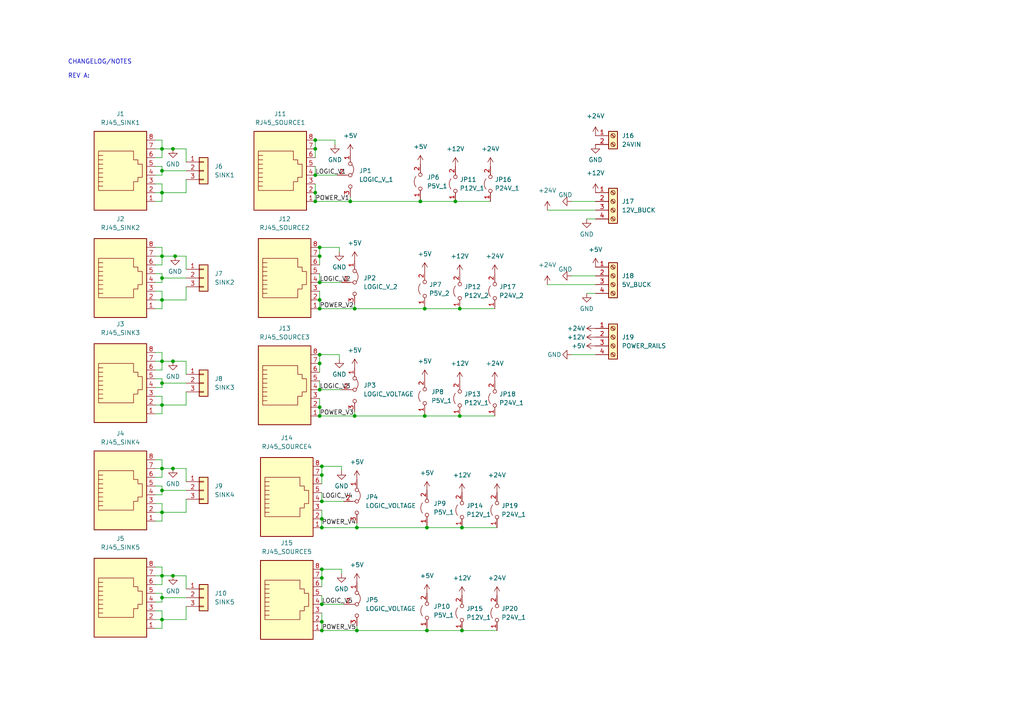
<source format=kicad_sch>
(kicad_sch (version 20211123) (generator eeschema)
  (paper "A4")
  (title_block (title "Cheap \"PoE\"") (rev "A01"))
  (lib_symbols
    (symbol "Connector:RJ45" (pin_names (offset 1.016))
      (property "Reference" "J" (at -5.08 13.97 0))
      (property "Value" "RJ45" (at 2.54 13.97 0))
      (symbol "RJ45_0_1"
        (polyline (pts (xy -5.08 4.445) (xy -6.35 4.445)))
        (polyline (pts (xy -5.08 5.715) (xy -6.35 5.715)))
        (polyline (pts (xy -6.35 -3.175) (xy -5.08 -3.175) (xy -5.08 -3.175)))
        (polyline (pts (xy -6.35 -1.905) (xy -5.08 -1.905) (xy -5.08 -1.905)))
        (polyline (pts (xy -6.35 -0.635) (xy -5.08 -0.635) (xy -5.08 -0.635)))
        (polyline (pts (xy -6.35 0.635) (xy -5.08 0.635) (xy -5.08 0.635)))
        (polyline (pts (xy -6.35 1.905) (xy -5.08 1.905) (xy -5.08 1.905)))
        (polyline (pts (xy -5.08 3.175) (xy -6.35 3.175) (xy -6.35 3.175)))
        (polyline (pts (xy -6.35 -4.445) (xy -6.35 6.985) (xy 3.81 6.985) (xy 3.81 4.445) (xy 5.08 4.445) (xy 5.08 3.175) (xy 6.35 3.175) (xy 6.35 -0.635) (xy 5.08 -0.635) (xy 5.08 -1.905) (xy 3.81 -1.905) (xy 3.81 -4.445) (xy -6.35 -4.445) (xy -6.35 -4.445)))
        (rectangle (start 7.62 12.7) (end -7.62 -10.16) (stroke (width 0.254)) (fill (type background)))
      )
      (symbol "RJ45_1_1"
        (pin passive line (at 10.16 -7.62 180) (length 2.54) (name "~") (number "1"))
        (pin passive line (at 10.16 -5.08 180) (length 2.54) (name "~") (number "2"))
        (pin passive line (at 10.16 -2.54 180) (length 2.54) (name "~") (number "3"))
        (pin passive line (at 10.16 0 180) (length 2.54) (name "~") (number "4"))
        (pin passive line (at 10.16 2.54 180) (length 2.54) (name "~") (number "5"))
        (pin passive line (at 10.16 5.08 180) (length 2.54) (name "~") (number "6"))
        (pin passive line (at 10.16 7.62 180) (length 2.54) (name "~") (number "7"))
        (pin passive line (at 10.16 10.16 180) (length 2.54) (name "~") (number "8"))
      )
    )
    (symbol "Connector:Screw_Terminal_01x02" (pin_names (offset 1.016) hide)
      (property "Reference" "J" (at 0 2.54 0))
      (property "Value" "Screw_Terminal_01x02" (at 0 -5.08 0))
      (symbol "Screw_Terminal_01x02_1_1"
        (rectangle (start -1.27 1.27) (end 1.27 -3.81) (stroke (width 0.254)) (fill (type background)))
        (circle (center 0 -2.54) (radius 0.635) (stroke (width 0.1524)))
        (polyline (pts (xy -0.5334 -2.2098) (xy 0.3302 -3.048)) (stroke (width 0.1524)))
        (polyline (pts (xy -0.5334 0.3302) (xy 0.3302 -0.508)) (stroke (width 0.1524)))
        (polyline (pts (xy -0.3556 -2.032) (xy 0.508 -2.8702)) (stroke (width 0.1524)))
        (polyline (pts (xy -0.3556 0.508) (xy 0.508 -0.3302)) (stroke (width 0.1524)))
        (circle (center 0 0) (radius 0.635) (stroke (width 0.1524)))
        (pin passive line (at -5.08 0 0) (length 3.81) (name "Pin_1") (number "1"))
        (pin passive line (at -5.08 -2.54 0) (length 3.81) (name "Pin_2") (number "2"))
      )
    )
    (symbol "Connector:Screw_Terminal_01x04" (pin_names (offset 1.016) hide)
      (property "Reference" "J" (at 0 5.08 0))
      (property "Value" "Screw_Terminal_01x04" (at 0 -7.62 0))
      (symbol "Screw_Terminal_01x04_1_1"
        (rectangle (start -1.27 3.81) (end 1.27 -6.35) (stroke (width 0.254)) (fill (type background)))
        (circle (center 0 -5.08) (radius 0.635) (stroke (width 0.1524)))
        (circle (center 0 -2.54) (radius 0.635) (stroke (width 0.1524)))
        (polyline (pts (xy -0.5334 -4.7498) (xy 0.3302 -5.588)) (stroke (width 0.1524)))
        (polyline (pts (xy -0.5334 -2.2098) (xy 0.3302 -3.048)) (stroke (width 0.1524)))
        (polyline (pts (xy -0.5334 0.3302) (xy 0.3302 -0.508)) (stroke (width 0.1524)))
        (polyline (pts (xy -0.5334 2.8702) (xy 0.3302 2.032)) (stroke (width 0.1524)))
        (polyline (pts (xy -0.3556 -4.572) (xy 0.508 -5.4102)) (stroke (width 0.1524)))
        (polyline (pts (xy -0.3556 -2.032) (xy 0.508 -2.8702)) (stroke (width 0.1524)))
        (polyline (pts (xy -0.3556 0.508) (xy 0.508 -0.3302)) (stroke (width 0.1524)))
        (polyline (pts (xy -0.3556 3.048) (xy 0.508 2.2098)) (stroke (width 0.1524)))
        (circle (center 0 0) (radius 0.635) (stroke (width 0.1524)))
        (circle (center 0 2.54) (radius 0.635) (stroke (width 0.1524)))
        (pin passive line (at -5.08 2.54 0) (length 3.81) (name "Pin_1") (number "1"))
        (pin passive line (at -5.08 0 0) (length 3.81) (name "Pin_2") (number "2"))
        (pin passive line (at -5.08 -2.54 0) (length 3.81) (name "Pin_3") (number "3"))
        (pin passive line (at -5.08 -5.08 0) (length 3.81) (name "Pin_4") (number "4"))
      )
    )
    (symbol "Connector_Generic:Conn_01x03" (pin_names (offset 1.016) hide)
      (property "Reference" "J" (at 0 5.08 0))
      (property "Value" "Conn_01x03" (at 0 -5.08 0))
      (symbol "Conn_01x03_1_1"
        (rectangle (start -1.27 -2.413) (end 0 -2.667) (stroke (width 0.1524)))
        (rectangle (start -1.27 0.127) (end 0 -0.127) (stroke (width 0.1524)))
        (rectangle (start -1.27 2.667) (end 0 2.413) (stroke (width 0.1524)))
        (rectangle (start -1.27 3.81) (end 1.27 -3.81) (stroke (width 0.254)) (fill (type background)))
        (pin passive line (at -5.08 2.54 0) (length 3.81) (name "Pin_1") (number "1"))
        (pin passive line (at -5.08 0 0) (length 3.81) (name "Pin_2") (number "2"))
        (pin passive line (at -5.08 -2.54 0) (length 3.81) (name "Pin_3") (number "3"))
      )
    )
    (symbol "Jumper:Jumper_2_Open" (pin_names (offset 0) hide)
      (property "Reference" "JP" (at 0 2.794 0))
      (property "Value" "Jumper_2_Open" (at 0 -2.286 0))
      (symbol "Jumper_2_Open_0_0"
        (circle (center -2.032 0) (radius 0.508))
        (circle (center 2.032 0) (radius 0.508))
      )
      (symbol "Jumper_2_Open_0_1"
        (arc (start 1.524 1.27) (mid 0 1.778) (end -1.524 1.27))
      )
      (symbol "Jumper_2_Open_1_1"
        (pin passive line (at -5.08 0 0) (length 2.54) (name "A") (number "1"))
        (pin passive line (at 5.08 0 180) (length 2.54) (name "B") (number "2"))
      )
    )
    (symbol "Jumper:Jumper_3_Bridged12" (pin_names (offset 0) hide)
      (property "Reference" "JP" (at -2.54 -2.54 0))
      (property "Value" "Jumper_3_Bridged12" (at 0 2.794 0))
      (symbol "Jumper_3_Bridged12_0_0"
        (circle (center -3.302 0) (radius 0.508))
        (circle (center 0 0) (radius 0.508))
        (circle (center 3.302 0) (radius 0.508))
      )
      (symbol "Jumper_3_Bridged12_0_1"
        (arc (start -0.254 0.508) (mid -1.651 0.9912) (end -3.048 0.508))
        (polyline (pts (xy 0 -1.27) (xy 0 -0.508)))
      )
      (symbol "Jumper_3_Bridged12_1_1"
        (pin passive line (at -6.35 0 0) (length 2.54) (name "A") (number "1"))
        (pin input line (at 0 -3.81 90) (length 2.54) (name "C") (number "2"))
        (pin passive line (at 6.35 0 180) (length 2.54) (name "B") (number "3"))
      )
    )
    (symbol "power:+12V" (power) (pin_names (offset 0))
      (property "Value" "+12V" (at 0 3.556 0))
      (symbol "+12V_0_1"
        (polyline (pts (xy -0.762 1.27) (xy 0 2.54)))
        (polyline (pts (xy 0 0) (xy 0 2.54)))
        (polyline (pts (xy 0 2.54) (xy 0.762 1.27)))
      )
      (symbol "+12V_1_1"
        (pin power_in line (at 0 0 90) (length 0) hide (name "+12V") (number "1"))
      )
    )
    (symbol "power:+24V" (power) (pin_names (offset 0))
      (property "Value" "+24V" (at 0 3.556 0))
      (symbol "+24V_0_1"
        (polyline (pts (xy -0.762 1.27) (xy 0 2.54)))
        (polyline (pts (xy 0 0) (xy 0 2.54)))
        (polyline (pts (xy 0 2.54) (xy 0.762 1.27)))
      )
      (symbol "+24V_1_1"
        (pin power_in line (at 0 0 90) (length 0) hide (name "+24V") (number "1"))
      )
    )
    (symbol "power:+5V" (power) (pin_names (offset 0))
      (property "Value" "+5V" (at 0 3.556 0))
      (symbol "+5V_0_1"
        (polyline (pts (xy -0.762 1.27) (xy 0 2.54)))
        (polyline (pts (xy 0 0) (xy 0 2.54)))
        (polyline (pts (xy 0 2.54) (xy 0.762 1.27)))
      )
      (symbol "+5V_1_1"
        (pin power_in line (at 0 0 90) (length 0) hide (name "+5V") (number "1"))
      )
    )
    (symbol "power:GND" (power) (pin_names (offset 0))
      (property "Value" "GND" (at 0 -3.81 0))
      (symbol "GND_0_1"
        (polyline (pts (xy 0 0) (xy 0 -1.27) (xy 1.27 -1.27) (xy 0 -2.54) (xy -1.27 -1.27) (xy 0 -1.27)))
      )
      (symbol "GND_1_1"
        (pin power_in line (at 0 0 270) (length 0) hide (name "GND") (number "1"))
      )
    )
  )
  (junction (at 123.825 153.035))
  (junction (at 50.165 43.18))
  (junction (at 92.71 113.03))
  (junction (at 93.345 145.415))
  (junction (at 46.99 55.88))
  (junction (at 50.165 104.775))
  (junction (at 91.44 43.18))
  (junction (at 123.19 120.65))
  (junction (at 46.99 179.705))
  (junction (at 46.99 167.005))
  (junction (at 93.345 167.64))
  (junction (at 92.71 89.535))
  (junction (at 92.71 74.295))
  (junction (at 133.35 120.65))
  (junction (at 91.44 58.42))
  (junction (at 132.08 58.42))
  (junction (at 92.71 105.41))
  (junction (at 93.345 182.88))
  (junction (at 133.985 153.035))
  (junction (at 46.99 148.59))
  (junction (at 103.505 153.035))
  (junction (at 50.8 74.295))
  (junction (at 93.345 150.495))
  (junction (at 92.71 81.915))
  (junction (at 46.99 117.475))
  (junction (at 133.985 182.88))
  (junction (at 50.165 135.89))
  (junction (at 50.165 167.005))
  (junction (at 121.92 58.42))
  (junction (at 92.71 86.995))
  (junction (at 92.71 120.65))
  (junction (at 93.345 135.255))
  (junction (at 123.19 89.535))
  (junction (at 101.6 58.42))
  (junction (at 91.44 40.64))
  (junction (at 46.99 104.775))
  (junction (at 46.99 173.355))
  (junction (at 91.44 50.8))
  (junction (at 92.71 71.755))
  (junction (at 93.345 175.26))
  (junction (at 102.87 89.535))
  (junction (at 133.35 89.535))
  (junction (at 46.99 111.125))
  (junction (at 46.99 80.645))
  (junction (at 103.505 182.88))
  (junction (at 92.71 102.87))
  (junction (at 93.345 137.795))
  (junction (at 93.345 180.34))
  (junction (at 46.99 142.24))
  (junction (at 123.825 182.88))
  (junction (at 92.71 118.11))
  (junction (at 93.345 165.1))
  (junction (at 93.345 153.035))
  (junction (at 46.99 49.53))
  (junction (at 46.99 74.295))
  (junction (at 46.99 43.18))
  (junction (at 46.99 86.995))
  (junction (at 46.99 135.89))
  (junction (at 91.44 55.88))
  (junction (at 102.87 120.65))
  (wire (pts (xy 93.345 147.955) (xy 93.345 150.495)))
  (wire (pts (xy 45.085 109.855) (xy 46.99 109.855)))
  (wire (pts (xy 92.71 89.535) (xy 102.87 89.535)))
  (wire (pts (xy 103.505 151.765) (xy 103.505 153.035)))
  (wire (pts (xy 45.085 182.245) (xy 46.99 182.245)))
  (wire (pts (xy 93.345 167.64) (xy 93.345 170.18)))
  (wire (pts (xy 92.71 71.755) (xy 98.425 71.755)))
  (wire (pts (xy 45.085 174.625) (xy 46.99 174.625)))
  (wire (pts (xy 46.99 48.26) (xy 46.99 49.53)))
  (wire (pts (xy 121.92 58.42) (xy 132.08 58.42)))
  (wire (pts (xy 45.085 50.8) (xy 46.99 50.8)))
  (wire (pts (xy 123.19 120.015) (xy 123.19 120.65)))
  (wire (pts (xy 45.085 79.375) (xy 46.99 79.375)))
  (wire (pts (xy 133.35 120.65) (xy 143.51 120.65)))
  (wire (pts (xy 92.71 84.455) (xy 92.71 86.995)))
  (wire (pts (xy 50.165 104.775) (xy 46.99 104.775)))
  (wire (pts (xy 158.75 60.96) (xy 172.72 60.96)))
  (wire (pts (xy 93.345 135.255) (xy 99.06 135.255)))
  (wire (pts (xy 53.975 108.585) (xy 53.975 104.775)))
  (wire (pts (xy 92.71 102.87) (xy 92.71 105.41)))
  (wire (pts (xy 99.06 166.37) (xy 99.06 165.1)))
  (wire (pts (xy 53.975 83.185) (xy 53.975 86.995)))
  (wire (pts (xy 50.165 167.005) (xy 46.99 167.005)))
  (wire (pts (xy 92.71 105.41) (xy 92.71 107.95)))
  (wire (pts (xy 46.99 49.53) (xy 46.99 50.8)))
  (wire (pts (xy 45.085 114.935) (xy 46.99 114.935)))
  (wire (pts (xy 53.975 74.295) (xy 50.8 74.295)))
  (wire (pts (xy 53.975 113.665) (xy 53.975 117.475)))
  (wire (pts (xy 45.085 89.535) (xy 46.99 89.535)))
  (wire (pts (xy 45.085 84.455) (xy 46.99 84.455)))
  (wire (pts (xy 172.72 80.01) (xy 165.735 80.01)))
  (wire (pts (xy 53.975 117.475) (xy 46.99 117.475)))
  (wire (pts (xy 46.99 140.97) (xy 46.99 142.24)))
  (wire (pts (xy 45.085 45.72) (xy 46.99 45.72)))
  (wire (pts (xy 133.985 153.035) (xy 144.145 153.035)))
  (wire (pts (xy 45.085 164.465) (xy 46.99 164.465)))
  (wire (pts (xy 92.71 115.57) (xy 92.71 118.11)))
  (wire (pts (xy 46.99 53.34) (xy 46.99 55.88)))
  (wire (pts (xy 93.345 175.26) (xy 99.695 175.26)))
  (wire (pts (xy 46.99 111.125) (xy 53.975 111.125)))
  (wire (pts (xy 46.99 117.475) (xy 46.99 120.015)))
  (wire (pts (xy 46.99 177.165) (xy 46.99 179.705)))
  (wire (pts (xy 133.35 89.535) (xy 143.51 89.535)))
  (wire (pts (xy 93.345 177.8) (xy 93.345 180.34)))
  (wire (pts (xy 45.085 172.085) (xy 46.99 172.085)))
  (wire (pts (xy 123.825 182.245) (xy 123.825 182.88)))
  (wire (pts (xy 46.99 40.64) (xy 46.99 43.18)))
  (wire (pts (xy 45.085 107.315) (xy 46.99 107.315)))
  (wire (pts (xy 46.99 80.645) (xy 46.99 81.915)))
  (wire (pts (xy 46.99 172.085) (xy 46.99 173.355)))
  (wire (pts (xy 50.165 135.89) (xy 46.99 135.89)))
  (wire (pts (xy 46.99 114.935) (xy 46.99 117.475)))
  (wire (pts (xy 92.71 118.11) (xy 92.71 120.65)))
  (wire (pts (xy 45.085 71.755) (xy 46.99 71.755)))
  (wire (pts (xy 91.44 40.64) (xy 91.44 43.18)))
  (wire (pts (xy 93.345 135.255) (xy 93.345 137.795)))
  (wire (pts (xy 93.345 142.875) (xy 93.345 145.415)))
  (wire (pts (xy 53.975 52.07) (xy 53.975 55.88)))
  (wire (pts (xy 98.425 104.14) (xy 98.425 102.87)))
  (wire (pts (xy 165.735 102.87) (xy 172.72 102.87)))
  (wire (pts (xy 45.085 133.35) (xy 46.99 133.35)))
  (wire (pts (xy 46.99 109.855) (xy 46.99 111.125)))
  (wire (pts (xy 53.975 139.7) (xy 53.975 135.89)))
  (wire (pts (xy 46.99 55.88) (xy 46.99 58.42)))
  (wire (pts (xy 46.99 104.775) (xy 45.085 104.775)))
  (wire (pts (xy 45.085 40.64) (xy 46.99 40.64)))
  (wire (pts (xy 99.06 136.525) (xy 99.06 135.255)))
  (wire (pts (xy 53.975 86.995) (xy 46.99 86.995)))
  (wire (pts (xy 45.085 179.705) (xy 46.99 179.705)))
  (wire (pts (xy 123.19 89.535) (xy 133.35 89.535)))
  (wire (pts (xy 102.87 89.535) (xy 123.19 89.535)))
  (wire (pts (xy 45.085 148.59) (xy 46.99 148.59)))
  (wire (pts (xy 92.71 102.87) (xy 98.425 102.87)))
  (wire (pts (xy 172.72 58.42) (xy 165.735 58.42)))
  (wire (pts (xy 45.085 58.42) (xy 46.99 58.42)))
  (wire (pts (xy 123.825 152.4) (xy 123.825 153.035)))
  (wire (pts (xy 170.18 63.5) (xy 172.72 63.5)))
  (wire (pts (xy 46.99 86.995) (xy 46.99 89.535)))
  (wire (pts (xy 46.99 164.465) (xy 46.99 167.005)))
  (wire (pts (xy 91.44 40.64) (xy 97.155 40.64)))
  (wire (pts (xy 93.345 172.72) (xy 93.345 175.26)))
  (wire (pts (xy 123.19 120.65) (xy 133.35 120.65)))
  (wire (pts (xy 93.345 182.88) (xy 103.505 182.88)))
  (wire (pts (xy 46.99 76.835) (xy 46.99 74.295)))
  (wire (pts (xy 93.345 145.415) (xy 99.695 145.415)))
  (wire (pts (xy 45.085 169.545) (xy 46.99 169.545)))
  (wire (pts (xy 45.085 81.915) (xy 46.99 81.915)))
  (wire (pts (xy 46.99 167.005) (xy 45.085 167.005)))
  (wire (pts (xy 46.99 102.235) (xy 46.99 104.775)))
  (wire (pts (xy 46.99 138.43) (xy 46.99 135.89)))
  (wire (pts (xy 46.99 74.295) (xy 45.085 74.295)))
  (wire (pts (xy 91.44 48.26) (xy 91.44 50.8)))
  (wire (pts (xy 91.44 55.88) (xy 91.44 58.42)))
  (wire (pts (xy 46.99 133.35) (xy 46.99 135.89)))
  (wire (pts (xy 170.18 85.09) (xy 172.72 85.09)))
  (wire (pts (xy 102.87 120.65) (xy 123.19 120.65)))
  (wire (pts (xy 46.99 49.53) (xy 53.975 49.53)))
  (wire (pts (xy 45.085 177.165) (xy 46.99 177.165)))
  (wire (pts (xy 46.99 142.24) (xy 53.975 142.24)))
  (wire (pts (xy 92.71 110.49) (xy 92.71 113.03)))
  (wire (pts (xy 91.44 50.8) (xy 97.79 50.8)))
  (wire (pts (xy 50.165 43.18) (xy 46.99 43.18)))
  (wire (pts (xy 102.87 119.38) (xy 102.87 120.65)))
  (wire (pts (xy 53.975 78.105) (xy 53.975 74.295)))
  (wire (pts (xy 45.085 138.43) (xy 46.99 138.43)))
  (wire (pts (xy 93.345 165.1) (xy 93.345 167.64)))
  (wire (pts (xy 45.085 146.05) (xy 46.99 146.05)))
  (wire (pts (xy 53.975 144.78) (xy 53.975 148.59)))
  (wire (pts (xy 93.345 180.34) (xy 93.345 182.88)))
  (wire (pts (xy 133.985 182.88) (xy 144.145 182.88)))
  (wire (pts (xy 103.505 153.035) (xy 123.825 153.035)))
  (wire (pts (xy 46.99 43.18) (xy 45.085 43.18)))
  (wire (pts (xy 46.99 79.375) (xy 46.99 80.645)))
  (wire (pts (xy 46.99 173.355) (xy 46.99 174.625)))
  (wire (pts (xy 93.345 165.1) (xy 99.06 165.1)))
  (wire (pts (xy 45.085 48.26) (xy 46.99 48.26)))
  (wire (pts (xy 45.085 102.235) (xy 46.99 102.235)))
  (wire (pts (xy 46.99 169.545) (xy 46.99 167.005)))
  (wire (pts (xy 45.085 55.88) (xy 46.99 55.88)))
  (wire (pts (xy 46.99 146.05) (xy 46.99 148.59)))
  (wire (pts (xy 46.99 45.72) (xy 46.99 43.18)))
  (wire (pts (xy 92.71 71.755) (xy 92.71 74.295)))
  (wire (pts (xy 45.085 53.34) (xy 46.99 53.34)))
  (wire (pts (xy 45.085 151.13) (xy 46.99 151.13)))
  (wire (pts (xy 92.71 113.03) (xy 99.06 113.03)))
  (wire (pts (xy 53.975 46.99) (xy 53.975 43.18)))
  (wire (pts (xy 92.71 81.915) (xy 99.06 81.915)))
  (wire (pts (xy 98.425 73.025) (xy 98.425 71.755)))
  (wire (pts (xy 91.44 43.18) (xy 91.44 45.72)))
  (wire (pts (xy 93.345 137.795) (xy 93.345 140.335)))
  (wire (pts (xy 46.99 148.59) (xy 46.99 151.13)))
  (wire (pts (xy 132.08 58.42) (xy 142.24 58.42)))
  (wire (pts (xy 123.825 153.035) (xy 133.985 153.035)))
  (wire (pts (xy 53.975 43.18) (xy 50.165 43.18)))
  (wire (pts (xy 46.99 111.125) (xy 46.99 112.395)))
  (wire (pts (xy 103.505 181.61) (xy 103.505 182.88)))
  (wire (pts (xy 45.085 112.395) (xy 46.99 112.395)))
  (wire (pts (xy 102.87 88.265) (xy 102.87 89.535)))
  (wire (pts (xy 97.155 41.91) (xy 97.155 40.64)))
  (wire (pts (xy 92.71 74.295) (xy 92.71 76.835)))
  (wire (pts (xy 121.92 57.785) (xy 121.92 58.42)))
  (wire (pts (xy 50.8 74.295) (xy 46.99 74.295)))
  (wire (pts (xy 45.085 120.015) (xy 46.99 120.015)))
  (wire (pts (xy 91.44 58.42) (xy 101.6 58.42)))
  (wire (pts (xy 123.825 182.88) (xy 133.985 182.88)))
  (wire (pts (xy 45.085 143.51) (xy 46.99 143.51)))
  (wire (pts (xy 45.085 76.835) (xy 46.99 76.835)))
  (wire (pts (xy 53.975 167.005) (xy 50.165 167.005)))
  (wire (pts (xy 46.99 107.315) (xy 46.99 104.775)))
  (wire (pts (xy 46.99 135.89) (xy 45.085 135.89)))
  (wire (pts (xy 45.085 86.995) (xy 46.99 86.995)))
  (wire (pts (xy 91.44 53.34) (xy 91.44 55.88)))
  (wire (pts (xy 45.085 117.475) (xy 46.99 117.475)))
  (wire (pts (xy 46.99 80.645) (xy 53.975 80.645)))
  (wire (pts (xy 93.345 150.495) (xy 93.345 153.035)))
  (wire (pts (xy 46.99 179.705) (xy 46.99 182.245)))
  (wire (pts (xy 123.19 88.9) (xy 123.19 89.535)))
  (wire (pts (xy 53.975 135.89) (xy 50.165 135.89)))
  (wire (pts (xy 46.99 173.355) (xy 53.975 173.355)))
  (wire (pts (xy 53.975 104.775) (xy 50.165 104.775)))
  (wire (pts (xy 46.99 142.24) (xy 46.99 143.51)))
  (wire (pts (xy 53.975 175.895) (xy 53.975 179.705)))
  (wire (pts (xy 103.505 182.88) (xy 123.825 182.88)))
  (wire (pts (xy 92.71 120.65) (xy 102.87 120.65)))
  (wire (pts (xy 92.71 86.995) (xy 92.71 89.535)))
  (wire (pts (xy 101.6 57.15) (xy 101.6 58.42)))
  (wire (pts (xy 53.975 148.59) (xy 46.99 148.59)))
  (wire (pts (xy 101.6 58.42) (xy 121.92 58.42)))
  (wire (pts (xy 93.345 153.035) (xy 103.505 153.035)))
  (wire (pts (xy 45.085 140.97) (xy 46.99 140.97)))
  (wire (pts (xy 46.99 84.455) (xy 46.99 86.995)))
  (wire (pts (xy 158.75 82.55) (xy 172.72 82.55)))
  (wire (pts (xy 92.71 79.375) (xy 92.71 81.915)))
  (wire (pts (xy 53.975 170.815) (xy 53.975 167.005)))
  (wire (pts (xy 53.975 179.705) (xy 46.99 179.705)))
  (wire (pts (xy 53.975 55.88) (xy 46.99 55.88)))
  (wire (pts (xy 46.99 71.755) (xy 46.99 74.295)))
  (text "CHANGELOG/NOTES\n\nREV A: " (at 19.685 22.86 0) (effects (font (size 1.27 1.27)) (justify left bottom)))
  (label "POWER_V5" (at 93.345 182.88 0))
  (label "POWER_V4" (at 93.345 152.4 0))
  (label "LOGIC_V1" (at 91.44 50.8 0))
  (label "LOGIC_V2" (at 92.71 81.915 0))
  (label "LOGIC_V4" (at 93.345 144.78 0))
  (label "POWER_V3" (at 92.71 120.65 0))
  (label "LOGIC_V3" (at 92.71 113.03 0))
  (label "POWER_V2" (at 92.71 89.535 0))
  (label "LOGIC_V5" (at 93.345 175.26 0))
  (label "POWER_V1" (at 91.44 58.42 0))
  (symbol (lib_id "power:+5V") (at 123.825 172.085 0) (unit 1)
    (property "Reference" "#PWR0113" (effects hide))
    (property "Value" "+5V" (at 123.825 167.005 0))
  )
  (symbol (lib_id "power:+12V") (at 133.35 79.375 0) (unit 1)
    (property "Reference" "#PWR0134" (effects hide))
    (property "Value" "+12V" (at 133.35 74.295 0))
  )
  (symbol (lib_id "power:+24V") (at 144.145 142.875 0) (unit 1)
    (property "Reference" "#PWR0110" (effects hide))
    (property "Value" "+24V" (at 144.145 137.795 0))
  )
  (symbol (lib_id "Connector_Generic:Conn_01x03") (at 59.055 49.53 0) (unit 1)
    (property "Reference" "J6" (at 62.23 48.2599 0) (effects (justify left)))
    (property "Value" "SINK1" (at 62.23 50.7999 0) (effects (justify left)))
    (property "Footprint" "WS_LCSC_Connectors:1x03_16AWG_Wire2Board" (effects hide))
  )
  (symbol (lib_id "power:+12V") (at 172.72 97.79 90) (unit 1)
    (property "Reference" "#PWR0127" (effects hide))
    (property "Value" "+12V" (at 164.465 97.79 90) (effects (justify right)))
  )
  (symbol (lib_id "power:GND") (at 50.165 43.18 0) (unit 1)
    (property "Reference" "#PWR0140" (effects hide))
    (property "Value" "GND" (at 50.165 47.625 0))
  )
  (symbol (lib_id "Connector:RJ45") (at 34.925 81.915 0) (unit 1)
    (property "Reference" "J2" (at 34.925 63.5 0))
    (property "Value" "RJ45_SINK2" (at 34.925 66.04 0))
    (property "Footprint" "WS_LCSC_Connectors:RJ45_5501-88011111" (effects hide))
    (property "LCSC" "C3097726" (effects hide))
  )
  (symbol (lib_id "Connector:Screw_Terminal_01x02") (at 177.8 39.37 0) (unit 1)
    (property "Reference" "J16" (at 180.34 39.3699 0) (effects (justify left)))
    (property "Value" "24VIN" (at 180.34 41.9099 0) (effects (justify left)))
    (property "Footprint" "TerminalBlock_Phoenix:TerminalBlock_Phoenix_MKDS-1,5-2-5.08_1x02_P5.08mm_Horizontal" (effects hide))
  )
  (symbol (lib_id "Jumper:Jumper_2_Open") (at 133.985 177.8 90) (unit 1)
    (property "Reference" "JP15" (at 135.255 176.5299 90) (effects (justify right)))
    (property "Value" "P12V_1" (at 135.255 179.0699 90) (effects (justify right)))
    (property "Footprint" "Connector_PinHeader_2.54mm:PinHeader_1x02_P2.54mm_Vertical" (effects hide))
  )
  (symbol (lib_id "power:GND") (at 99.06 166.37 0) (unit 1)
    (property "Reference" "#PWR0107" (effects hide))
    (property "Value" "GND" (at 99.06 170.815 0))
  )
  (symbol (lib_id "power:+12V") (at 172.72 55.88 0) (unit 1)
    (property "Reference" "#PWR0116" (effects hide))
    (property "Value" "+12V" (at 172.72 50.165 0))
  )
  (symbol (lib_id "power:+5V") (at 123.19 78.74 0) (unit 1)
    (property "Reference" "#PWR0135" (effects hide))
    (property "Value" "+5V" (at 123.19 73.66 0))
  )
  (symbol (lib_id "power:+5V") (at 172.72 77.47 0) (unit 1)
    (property "Reference" "#PWR0120" (effects hide))
    (property "Value" "+5V" (at 172.72 72.39 0))
  )
  (symbol (lib_id "Jumper:Jumper_2_Open") (at 121.92 52.705 90) (unit 1)
    (property "Reference" "JP6" (at 123.825 51.4349 90) (effects (justify right)))
    (property "Value" "P5V_1" (at 123.825 53.9749 90) (effects (justify right)))
    (property "Footprint" "Connector_PinHeader_2.54mm:PinHeader_1x02_P2.54mm_Vertical" (effects hide))
  )
  (symbol (lib_id "Connector_Generic:Conn_01x03") (at 59.055 80.645 0) (unit 1)
    (property "Reference" "J7" (at 62.23 79.3749 0) (effects (justify left)))
    (property "Value" "SINK2" (at 62.23 81.9149 0) (effects (justify left)))
    (property "Footprint" "WS_LCSC_Connectors:1x03_16AWG_Wire2Board" (effects hide))
  )
  (symbol (lib_id "Connector:RJ45") (at 34.925 174.625 0) (unit 1)
    (property "Reference" "J5" (at 34.925 156.21 0))
    (property "Value" "RJ45_SINK5" (at 34.925 158.75 0))
    (property "Footprint" "WS_LCSC_Connectors:RJ45_5501-88011111" (effects hide))
    (property "LCSC" "C3097726" (effects hide))
  )
  (symbol (lib_id "Connector_Generic:Conn_01x03") (at 59.055 173.355 0) (unit 1)
    (property "Reference" "J10" (at 62.23 172.0849 0) (effects (justify left)))
    (property "Value" "SINK5" (at 62.23 174.6249 0) (effects (justify left)))
    (property "Footprint" "WS_LCSC_Connectors:1x03_16AWG_Wire2Board" (effects hide))
  )
  (symbol (lib_id "Jumper:Jumper_2_Open") (at 133.985 147.955 90) (unit 1)
    (property "Reference" "JP14" (at 135.255 146.6849 90) (effects (justify right)))
    (property "Value" "P12V_1" (at 135.255 149.2249 90) (effects (justify right)))
    (property "Footprint" "Connector_PinHeader_2.54mm:PinHeader_1x02_P2.54mm_Vertical" (effects hide))
  )
  (symbol (lib_id "power:+12V") (at 132.08 48.26 0) (unit 1)
    (property "Reference" "#PWR0136" (effects hide))
    (property "Value" "+12V" (at 132.08 43.18 0))
  )
  (symbol (lib_id "Connector_Generic:Conn_01x03") (at 59.055 111.125 0) (unit 1)
    (property "Reference" "J8" (at 62.23 109.8549 0) (effects (justify left)))
    (property "Value" "SINK3" (at 62.23 112.3949 0) (effects (justify left)))
    (property "Footprint" "WS_LCSC_Connectors:1x03_16AWG_Wire2Board" (effects hide))
  )
  (symbol (lib_id "power:GND") (at 50.8 74.295 0) (unit 1)
    (property "Reference" "#PWR0141" (effects hide))
    (property "Value" "GND" (at 50.8 78.74 0))
  )
  (symbol (lib_id "power:GND") (at 97.155 41.91 0) (unit 1)
    (property "Reference" "#PWR0133" (effects hide))
    (property "Value" "GND" (at 97.155 46.355 0))
  )
  (symbol (lib_id "Jumper:Jumper_3_Bridged12") (at 103.505 175.26 270) (unit 1)
    (property "Reference" "JP5" (at 106.045 173.9899 90) (effects (justify left)))
    (property "Value" "LOGIC_VOLTAGE" (at 106.045 176.5299 90) (effects (justify left)))
    (property "Footprint" "Connector_PinHeader_2.54mm:PinHeader_1x03_P2.54mm_Vertical" (effects hide))
  )
  (symbol (lib_id "Jumper:Jumper_3_Bridged12") (at 102.87 81.915 270) (unit 1)
    (property "Reference" "JP2" (at 105.41 80.6449 90) (effects (justify left)))
    (property "Value" "LOGIC_V_2" (at 105.41 83.1849 90) (effects (justify left)))
    (property "Footprint" "Connector_PinHeader_2.54mm:PinHeader_1x03_P2.54mm_Vertical" (effects hide))
  )
  (symbol (lib_id "power:+12V") (at 133.35 110.49 0) (unit 1)
    (property "Reference" "#PWR0102" (effects hide))
    (property "Value" "+12V" (at 133.35 105.41 0))
  )
  (symbol (lib_id "Connector:Screw_Terminal_01x04") (at 177.8 80.01 0) (unit 1)
    (property "Reference" "J18" (at 180.34 80.0099 0) (effects (justify left)))
    (property "Value" "5V_BUCK" (at 180.34 82.5499 0) (effects (justify left)))
    (property "Footprint" "TerminalBlock_Phoenix:TerminalBlock_Phoenix_MKDS-1,5-4-5.08_1x04_P5.08mm_Horizontal" (effects hide))
  )
  (symbol (lib_id "power:+24V") (at 143.51 79.375 0) (unit 1)
    (property "Reference" "#PWR0139" (effects hide))
    (property "Value" "+24V" (at 143.51 74.295 0))
  )
  (symbol (lib_id "Connector:RJ45") (at 83.185 145.415 0) (unit 1)
    (property "Reference" "J14" (at 83.185 127 0))
    (property "Value" "RJ45_SOURCE4" (at 83.185 129.54 0))
    (property "Footprint" "WS_LCSC_Connectors:RJ45_5501-88011111" (effects hide))
    (property "LCSC" "C3097726" (effects hide))
  )
  (symbol (lib_id "Connector:RJ45") (at 83.185 175.26 0) (unit 1)
    (property "Reference" "J15" (at 83.185 157.48 0))
    (property "Value" "RJ45_SOURCE5" (at 83.185 160.02 0))
    (property "Footprint" "WS_LCSC_Connectors:RJ45_5501-88011111" (effects hide))
    (property "LCSC" "C3097726" (effects hide))
  )
  (symbol (lib_id "Connector:RJ45") (at 34.925 143.51 0) (unit 1)
    (property "Reference" "J4" (at 34.925 125.73 0))
    (property "Value" "RJ45_SINK4" (at 34.925 128.27 0))
    (property "Footprint" "WS_LCSC_Connectors:RJ45_5501-88011111" (effects hide))
    (property "LCSC" "C3097726" (effects hide))
  )
  (symbol (lib_id "Jumper:Jumper_2_Open") (at 143.51 84.455 90) (unit 1)
    (property "Reference" "JP17" (at 144.78 83.1849 90) (effects (justify right)))
    (property "Value" "P24V_2" (at 144.78 85.7249 90) (effects (justify right)))
    (property "Footprint" "Connector_PinHeader_2.54mm:PinHeader_1x02_P2.54mm_Vertical" (effects hide))
  )
  (symbol (lib_id "power:GND") (at 50.165 104.775 0) (unit 1)
    (property "Reference" "#PWR0143" (effects hide))
    (property "Value" "GND" (at 50.165 109.22 0))
  )
  (symbol (lib_id "Jumper:Jumper_3_Bridged12") (at 102.87 113.03 270) (unit 1)
    (property "Reference" "JP3" (at 105.41 111.7599 90) (effects (justify left)))
    (property "Value" "LOGIC_VOLTAGE" (at 105.41 114.2999 90) (effects (justify left)))
    (property "Footprint" "Connector_PinHeader_2.54mm:PinHeader_1x03_P2.54mm_Vertical" (effects hide))
  )
  (symbol (lib_id "power:GND") (at 98.425 73.025 0) (unit 1)
    (property "Reference" "#PWR0130" (effects hide))
    (property "Value" "GND" (at 98.425 77.47 0))
  )
  (symbol (lib_id "power:GND") (at 172.72 41.91 0) (unit 1)
    (property "Reference" "#PWR0115" (effects hide))
    (property "Value" "GND" (at 172.72 46.355 0))
  )
  (symbol (lib_id "power:+24V") (at 142.24 48.26 0) (unit 1)
    (property "Reference" "#PWR0137" (effects hide))
    (property "Value" "+24V" (at 142.24 43.18 0))
  )
  (symbol (lib_id "Connector_Generic:Conn_01x03") (at 59.055 142.24 0) (unit 1)
    (property "Reference" "J9" (at 62.23 140.9699 0) (effects (justify left)))
    (property "Value" "SINK4" (at 62.23 143.5099 0) (effects (justify left)))
    (property "Footprint" "WS_LCSC_Connectors:1x03_16AWG_Wire2Board" (effects hide))
  )
  (symbol (lib_id "power:+12V") (at 133.985 172.72 0) (unit 1)
    (property "Reference" "#PWR0111" (effects hide))
    (property "Value" "+12V" (at 133.985 167.64 0))
  )
  (symbol (lib_id "power:+24V") (at 143.51 110.49 0) (unit 1)
    (property "Reference" "#PWR0101" (effects hide))
    (property "Value" "+24V" (at 143.51 105.41 0))
  )
  (symbol (lib_id "Jumper:Jumper_2_Open") (at 133.35 84.455 90) (unit 1)
    (property "Reference" "JP12" (at 134.62 83.1849 90) (effects (justify right)))
    (property "Value" "P12V_2" (at 134.62 85.7249 90) (effects (justify right)))
    (property "Footprint" "Connector_PinHeader_2.54mm:PinHeader_1x02_P2.54mm_Vertical" (effects hide))
  )
  (symbol (lib_id "Connector:RJ45") (at 81.28 50.8 0) (unit 1)
    (property "Reference" "J11" (at 81.28 33.02 0))
    (property "Value" "RJ45_SOURCE1" (at 81.28 35.56 0))
    (property "Footprint" "WS_LCSC_Connectors:RJ45_5501-88011111" (effects hide))
    (property "LCSC" "C3097726" (effects hide))
  )
  (symbol (lib_id "Jumper:Jumper_2_Open") (at 132.08 53.34 90) (unit 1)
    (property "Reference" "JP11" (at 133.35 52.0699 90) (effects (justify right)))
    (property "Value" "P12V_1" (at 133.35 54.6099 90) (effects (justify right)))
    (property "Footprint" "Connector_PinHeader_2.54mm:PinHeader_1x02_P2.54mm_Vertical" (effects hide))
  )
  (symbol (lib_id "power:GND") (at 165.735 58.42 270) (unit 1)
    (property "Reference" "#PWR0118" (effects hide))
    (property "Value" "GND" (at 161.925 56.515 90) (effects (justify left)))
  )
  (symbol (lib_id "power:+24V") (at 172.72 39.37 0) (unit 1)
    (property "Reference" "#PWR0117" (effects hide))
    (property "Value" "+24V" (at 172.72 33.655 0))
  )
  (symbol (lib_id "power:GND") (at 50.165 167.005 0) (unit 1)
    (property "Reference" "#PWR0142" (effects hide))
    (property "Value" "GND" (at 50.165 171.45 0))
  )
  (symbol (lib_id "power:+5V") (at 102.87 75.565 0) (unit 1)
    (property "Reference" "#PWR0131" (effects hide))
    (property "Value" "+5V" (at 102.87 70.485 0))
  )
  (symbol (lib_id "Jumper:Jumper_3_Bridged12") (at 103.505 145.415 270) (unit 1)
    (property "Reference" "JP4" (at 106.045 144.1449 90) (effects (justify left)))
    (property "Value" "LOGIC_VOLTAGE" (at 106.045 146.6849 90) (effects (justify left)))
    (property "Footprint" "Connector_PinHeader_2.54mm:PinHeader_1x03_P2.54mm_Vertical" (effects hide))
  )
  (symbol (lib_id "Connector:Screw_Terminal_01x04") (at 177.8 58.42 0) (unit 1)
    (property "Reference" "J17" (at 180.34 58.4199 0) (effects (justify left)))
    (property "Value" "12V_BUCK" (at 180.34 60.9599 0) (effects (justify left)))
    (property "Footprint" "TerminalBlock_Phoenix:TerminalBlock_Phoenix_MKDS-1,5-4-5.08_1x04_P5.08mm_Horizontal" (effects hide))
  )
  (symbol (lib_id "power:GND") (at 99.06 136.525 0) (unit 1)
    (property "Reference" "#PWR0106" (effects hide))
    (property "Value" "GND" (at 99.06 140.97 0))
  )
  (symbol (lib_id "power:+24V") (at 158.75 82.55 0) (unit 1)
    (property "Reference" "#PWR0122" (effects hide))
    (property "Value" "+24V" (at 158.75 76.835 0))
  )
  (symbol (lib_id "power:+5V") (at 102.87 106.68 0) (unit 1)
    (property "Reference" "#PWR0129" (effects hide))
    (property "Value" "+5V" (at 102.87 101.6 0))
  )
  (symbol (lib_id "Jumper:Jumper_2_Open") (at 123.825 147.32 90) (unit 1)
    (property "Reference" "JP9" (at 125.73 146.0499 90) (effects (justify right)))
    (property "Value" "P5V_1" (at 125.73 148.5899 90) (effects (justify right)))
    (property "Footprint" "Connector_PinHeader_2.54mm:PinHeader_1x02_P2.54mm_Vertical" (effects hide))
  )
  (symbol (lib_id "power:GND") (at 50.165 135.89 0) (unit 1)
    (property "Reference" "#PWR0144" (effects hide))
    (property "Value" "GND" (at 50.165 140.335 0))
  )
  (symbol (lib_id "power:GND") (at 98.425 104.14 0) (unit 1)
    (property "Reference" "#PWR0128" (effects hide))
    (property "Value" "GND" (at 98.425 108.585 0))
  )
  (symbol (lib_id "Jumper:Jumper_2_Open") (at 123.825 177.165 90) (unit 1)
    (property "Reference" "JP10" (at 125.73 175.8949 90) (effects (justify right)))
    (property "Value" "P5V_1" (at 125.73 178.4349 90) (effects (justify right)))
    (property "Footprint" "Connector_PinHeader_2.54mm:PinHeader_1x02_P2.54mm_Vertical" (effects hide))
  )
  (symbol (lib_id "power:+24V") (at 172.72 95.25 90) (unit 1)
    (property "Reference" "#PWR0124" (effects hide))
    (property "Value" "+24V" (at 164.465 95.25 90) (effects (justify right)))
  )
  (symbol (lib_id "power:GND") (at 165.735 102.87 270) (unit 1)
    (property "Reference" "#PWR0126" (effects hide))
    (property "Value" "GND" (at 158.75 102.87 90) (effects (justify left)))
  )
  (symbol (lib_id "power:GND") (at 170.18 63.5 0) (unit 1)
    (property "Reference" "#PWR0121" (effects hide))
    (property "Value" "GND" (at 170.18 67.945 0))
  )
  (symbol (lib_id "power:+5V") (at 103.505 168.91 0) (unit 1)
    (property "Reference" "#PWR0108" (effects hide))
    (property "Value" "+5V" (at 103.505 163.83 0))
  )
  (symbol (lib_id "Jumper:Jumper_2_Open") (at 144.145 147.955 90) (unit 1)
    (property "Reference" "JP19" (at 145.415 146.6849 90) (effects (justify right)))
    (property "Value" "P24V_1" (at 145.415 149.2249 90) (effects (justify right)))
    (property "Footprint" "Connector_PinHeader_2.54mm:PinHeader_1x02_P2.54mm_Vertical" (effects hide))
  )
  (symbol (lib_id "power:+5V") (at 101.6 44.45 0) (unit 1)
    (property "Reference" "#PWR0132" (effects hide))
    (property "Value" "+5V" (at 101.6 39.37 0))
  )
  (symbol (lib_id "Jumper:Jumper_2_Open") (at 143.51 115.57 90) (unit 1)
    (property "Reference" "JP18" (at 144.78 114.2999 90) (effects (justify right)))
    (property "Value" "P24V_1" (at 144.78 116.8399 90) (effects (justify right)))
    (property "Footprint" "Connector_PinHeader_2.54mm:PinHeader_1x02_P2.54mm_Vertical" (effects hide))
  )
  (symbol (lib_id "power:+5V") (at 123.19 109.855 0) (unit 1)
    (property "Reference" "#PWR0103" (effects hide))
    (property "Value" "+5V" (at 123.19 104.775 0))
  )
  (symbol (lib_id "Jumper:Jumper_2_Open") (at 123.19 83.82 90) (unit 1)
    (property "Reference" "JP7" (at 124.46 82.5499 90) (effects (justify right)))
    (property "Value" "P5V_2" (at 124.46 85.0899 90) (effects (justify right)))
    (property "Footprint" "Connector_PinHeader_2.54mm:PinHeader_1x02_P2.54mm_Vertical" (effects hide))
  )
  (symbol (lib_id "Jumper:Jumper_2_Open") (at 133.35 115.57 90) (unit 1)
    (property "Reference" "JP13" (at 134.62 114.2999 90) (effects (justify right)))
    (property "Value" "P12V_1" (at 134.62 116.8399 90) (effects (justify right)))
    (property "Footprint" "Connector_PinHeader_2.54mm:PinHeader_1x02_P2.54mm_Vertical" (effects hide))
  )
  (symbol (lib_id "Connector:RJ45") (at 34.925 50.8 0) (unit 1)
    (property "Reference" "J1" (at 34.925 33.02 0))
    (property "Value" "RJ45_SINK1" (at 34.925 35.56 0))
    (property "Footprint" "WS_LCSC_Connectors:RJ45_5501-88011111" (effects hide))
    (property "LCSC" "C3097726" (effects hide))
  )
  (symbol (lib_id "Connector:RJ45") (at 82.55 81.915 0) (unit 1)
    (property "Reference" "J12" (at 82.55 63.5 0))
    (property "Value" "RJ45_SOURCE2" (at 82.55 66.04 0))
    (property "Footprint" "WS_LCSC_Connectors:RJ45_5501-88011111" (effects hide))
    (property "LCSC" "C3097726" (effects hide))
  )
  (symbol (lib_id "power:+12V") (at 133.985 142.875 0) (unit 1)
    (property "Reference" "#PWR0105" (effects hide))
    (property "Value" "+12V" (at 133.985 137.795 0))
  )
  (symbol (lib_id "power:+5V") (at 172.72 100.33 90) (unit 1)
    (property "Reference" "#PWR0125" (effects hide))
    (property "Value" "+5V" (at 165.735 100.33 90) (effects (justify right)))
  )
  (symbol (lib_id "Connector:RJ45") (at 34.925 112.395 0) (unit 1)
    (property "Reference" "J3" (at 34.925 93.98 0))
    (property "Value" "RJ45_SINK3" (at 34.925 96.52 0))
    (property "Footprint" "WS_LCSC_Connectors:RJ45_5501-88011111" (effects hide))
    (property "LCSC" "C3097726" (effects hide))
  )
  (symbol (lib_id "Jumper:Jumper_2_Open") (at 142.24 53.34 90) (unit 1)
    (property "Reference" "JP16" (at 143.51 52.0699 90) (effects (justify right)))
    (property "Value" "P24V_1" (at 143.51 54.6099 90) (effects (justify right)))
    (property "Footprint" "Connector_PinHeader_2.54mm:PinHeader_1x02_P2.54mm_Vertical" (effects hide))
  )
  (symbol (lib_id "power:+24V") (at 144.145 172.72 0) (unit 1)
    (property "Reference" "#PWR0112" (effects hide))
    (property "Value" "+24V" (at 144.145 167.64 0))
  )
  (symbol (lib_id "power:GND") (at 165.735 80.01 270) (unit 1)
    (property "Reference" "#PWR0123" (effects hide))
    (property "Value" "GND" (at 161.925 78.105 90) (effects (justify left)))
  )
  (symbol (lib_id "Connector:RJ45") (at 82.55 113.03 0) (unit 1)
    (property "Reference" "J13" (at 82.55 95.25 0))
    (property "Value" "RJ45_SOURCE3" (at 82.55 97.79 0))
    (property "Footprint" "WS_LCSC_Connectors:RJ45_5501-88011111" (effects hide))
    (property "LCSC" "C3097726" (effects hide))
  )
  (symbol (lib_id "power:+5V") (at 123.825 142.24 0) (unit 1)
    (property "Reference" "#PWR0104" (effects hide))
    (property "Value" "+5V" (at 123.825 137.16 0))
  )
  (symbol (lib_id "Jumper:Jumper_3_Bridged12") (at 101.6 50.8 270) (unit 1)
    (property "Reference" "JP1" (at 104.14 49.5299 90) (effects (justify left)))
    (property "Value" "LOGIC_V_1" (at 104.14 52.0699 90) (effects (justify left)))
    (property "Footprint" "Connector_PinHeader_2.54mm:PinHeader_1x03_P2.54mm_Vertical" (effects hide))
  )
  (symbol (lib_id "power:+24V") (at 158.75 60.96 0) (unit 1)
    (property "Reference" "#PWR0119" (effects hide))
    (property "Value" "+24V" (at 158.75 55.245 0))
  )
  (symbol (lib_id "power:GND") (at 170.18 85.09 0) (unit 1)
    (property "Reference" "#PWR0114" (effects hide))
    (property "Value" "GND" (at 170.18 89.535 0))
  )
  (symbol (lib_id "Connector:Screw_Terminal_01x04") (at 177.8 97.79 0) (unit 1)
    (property "Reference" "J19" (at 180.34 97.7899 0) (effects (justify left)))
    (property "Value" "POWER_RAILS" (at 180.34 100.3299 0) (effects (justify left)))
    (property "Footprint" "TerminalBlock_Phoenix:TerminalBlock_Phoenix_MKDS-1,5-4-5.08_1x04_P5.08mm_Horizontal" (effects hide))
  )
  (symbol (lib_id "Jumper:Jumper_2_Open") (at 123.19 114.935 90) (unit 1)
    (property "Reference" "JP8" (at 125.095 113.6649 90) (effects (justify right)))
    (property "Value" "P5V_1" (at 125.095 116.2049 90) (effects (justify right)))
    (property "Footprint" "Connector_PinHeader_2.54mm:PinHeader_1x02_P2.54mm_Vertical" (effects hide))
  )
  (symbol (lib_id "Jumper:Jumper_2_Open") (at 144.145 177.8 90) (unit 1)
    (property "Reference" "JP20" (at 145.415 176.5299 90) (effects (justify right)))
    (property "Value" "P24V_1" (at 145.415 179.0699 90) (effects (justify right)))
    (property "Footprint" "Connector_PinHeader_2.54mm:PinHeader_1x02_P2.54mm_Vertical" (effects hide))
  )
  (symbol (lib_id "power:+5V") (at 121.92 47.625 0) (unit 1)
    (property "Reference" "#PWR0138" (effects hide))
    (property "Value" "+5V" (at 121.92 42.545 0))
  )
  (symbol (lib_id "power:+5V") (at 103.505 139.065 0) (unit 1)
    (property "Reference" "#PWR0109" (effects hide))
    (property "Value" "+5V" (at 103.505 133.985 0))
  )
)
</source>
